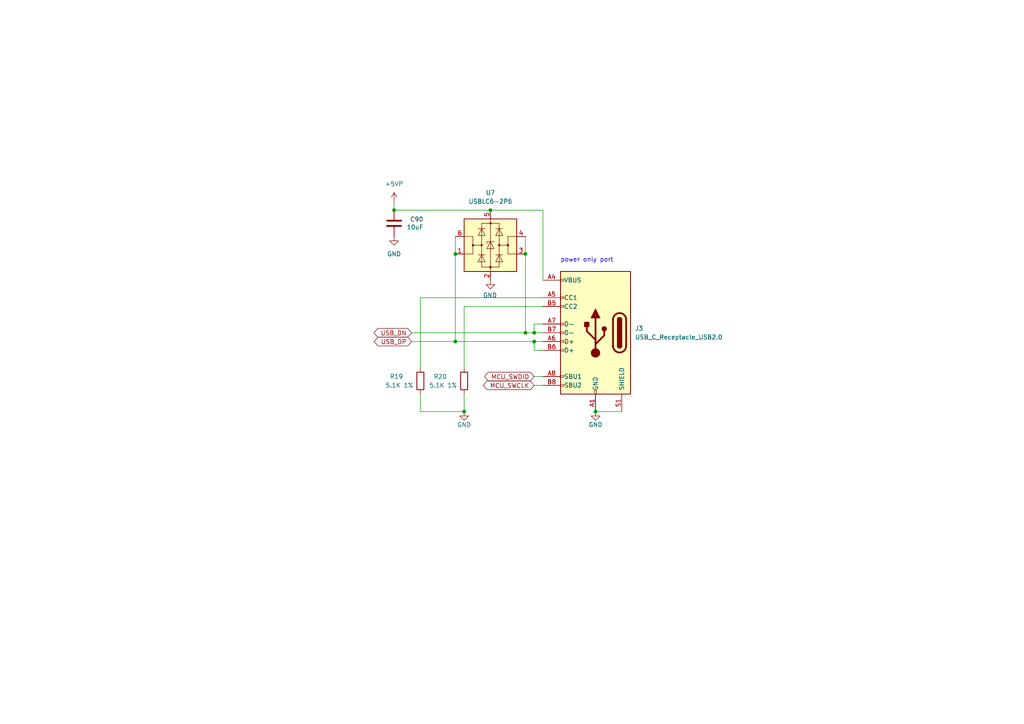
<source format=kicad_sch>
(kicad_sch (version 20231120) (generator "eeschema") (generator_version "8.0")
  (paper "A4")
  (title_block (title "Sitina 1 IO Board") (date "2024-03-08") (rev "R0.9") (company "Copyright 2024 Wenting Zhang, Anhang Li") (comment 2 "MERCHANTABILITY, SATISFACTORY QUALITY AND FITNESS FOR A PARTICULAR PURPOSE.") (comment 3 "This source is distributed WITHOUT ANY EXPRESS OR IMPLIED WARRANTY, INCLUDING OF") (comment 4 "This source describes Open Hardware and is licensed under the CERN-OHL-P v2."))
  (lib_symbols
    (symbol "Connector:USB_C_Receptacle_USB2.0" (pin_names (offset 1.016))
      (property "Reference" "J" (at -10.16 19.05 0))
      (property "Value" "USB_C_Receptacle_USB2.0" (at 19.05 19.05 0))
      (symbol "USB_C_Receptacle_USB2.0_0_0"
        (rectangle (start -0.254 -17.78) (end 0.254 -16.764))
        (rectangle (start 10.16 -14.986) (end 9.144 -15.494))
        (rectangle (start 10.16 -12.446) (end 9.144 -12.954))
        (rectangle (start 10.16 -4.826) (end 9.144 -5.334))
        (rectangle (start 10.16 -2.286) (end 9.144 -2.794))
        (rectangle (start 10.16 0.254) (end 9.144 -0.254))
        (rectangle (start 10.16 2.794) (end 9.144 2.286))
        (rectangle (start 10.16 7.874) (end 9.144 7.366))
        (rectangle (start 10.16 10.414) (end 9.144 9.906))
        (rectangle (start 10.16 15.494) (end 9.144 14.986))
      )
      (symbol "USB_C_Receptacle_USB2.0_0_1"
        (rectangle (start -10.16 17.78) (end 10.16 -17.78) (stroke (width 0.254)) (fill (type background)))
        (arc (start -8.89 -3.81) (mid -6.985 -5.7067) (end -5.08 -3.81) (stroke (width 0.508)))
        (arc (start -7.62 -3.81) (mid -6.985 -4.4423) (end -6.35 -3.81) (stroke (width 0.254)))
        (arc (start -7.62 -3.81) (mid -6.985 -4.4423) (end -6.35 -3.81) (stroke (width 0.254)) (fill (type outline)))
        (rectangle (start -7.62 -3.81) (end -6.35 3.81) (stroke (width 0.254)) (fill (type outline)))
        (arc (start -6.35 3.81) (mid -6.985 4.4423) (end -7.62 3.81) (stroke (width 0.254)))
        (arc (start -6.35 3.81) (mid -6.985 4.4423) (end -7.62 3.81) (stroke (width 0.254)) (fill (type outline)))
        (arc (start -5.08 3.81) (mid -6.985 5.7067) (end -8.89 3.81) (stroke (width 0.508)))
        (circle (center -2.54 1.143) (radius 0.635) (stroke (width 0.254)) (fill (type outline)))
        (circle (center 0 -5.842) (radius 1.27) (fill (type outline)))
        (polyline (pts (xy -8.89 -3.81) (xy -8.89 3.81)) (stroke (width 0.508)))
        (polyline (pts (xy -5.08 3.81) (xy -5.08 -3.81)) (stroke (width 0.508)))
        (polyline (pts (xy 0 -5.842) (xy 0 4.318)) (stroke (width 0.508)))
        (polyline (pts (xy 0 -3.302) (xy -2.54 -0.762) (xy -2.54 0.508)) (stroke (width 0.508)))
        (polyline (pts (xy 0 -2.032) (xy 2.54 0.508) (xy 2.54 1.778)) (stroke (width 0.508)))
        (polyline (pts (xy -1.27 4.318) (xy 0 6.858) (xy 1.27 4.318) (xy -1.27 4.318)) (stroke (width 0.254)) (fill (type outline)))
        (rectangle (start 1.905 1.778) (end 3.175 3.048) (stroke (width 0.254)) (fill (type outline)))
      )
      (symbol "USB_C_Receptacle_USB2.0_1_1"
        (pin passive line (at 0 -22.86 90) (length 5.08) (name "GND") (number "A1"))
        (pin passive line (at 0 -22.86 90) (length 5.08) hide (name "GND") (number "A12"))
        (pin passive line (at 15.24 15.24 180) (length 5.08) (name "VBUS") (number "A4"))
        (pin bidirectional line (at 15.24 10.16 180) (length 5.08) (name "CC1") (number "A5"))
        (pin bidirectional line (at 15.24 -2.54 180) (length 5.08) (name "D+") (number "A6"))
        (pin bidirectional line (at 15.24 2.54 180) (length 5.08) (name "D-") (number "A7"))
        (pin bidirectional line (at 15.24 -12.7 180) (length 5.08) (name "SBU1") (number "A8"))
        (pin passive line (at 15.24 15.24 180) (length 5.08) hide (name "VBUS") (number "A9"))
        (pin passive line (at 0 -22.86 90) (length 5.08) hide (name "GND") (number "B1"))
        (pin passive line (at 0 -22.86 90) (length 5.08) hide (name "GND") (number "B12"))
        (pin passive line (at 15.24 15.24 180) (length 5.08) hide (name "VBUS") (number "B4"))
        (pin bidirectional line (at 15.24 7.62 180) (length 5.08) (name "CC2") (number "B5"))
        (pin bidirectional line (at 15.24 -5.08 180) (length 5.08) (name "D+") (number "B6"))
        (pin bidirectional line (at 15.24 0 180) (length 5.08) (name "D-") (number "B7"))
        (pin bidirectional line (at 15.24 -15.24 180) (length 5.08) (name "SBU2") (number "B8"))
        (pin passive line (at 15.24 15.24 180) (length 5.08) hide (name "VBUS") (number "B9"))
        (pin passive line (at -7.62 -22.86 90) (length 5.08) (name "SHIELD") (number "S1"))
      )
    )
    (symbol "Device:C" (pin_numbers hide) (pin_names (offset 0.254))
      (property "Reference" "C" (at 0.635 2.54 0))
      (property "Value" "C" (at 0.635 -2.54 0))
      (symbol "C_0_1"
        (polyline (pts (xy -2.032 -0.762) (xy 2.032 -0.762)) (stroke (width 0.508)))
        (polyline (pts (xy -2.032 0.762) (xy 2.032 0.762)) (stroke (width 0.508)))
      )
      (symbol "C_1_1"
        (pin passive line (at 0 3.81 270) (length 2.794) (name "~") (number "1"))
        (pin passive line (at 0 -3.81 90) (length 2.794) (name "~") (number "2"))
      )
    )
    (symbol "Device:R" (pin_numbers hide) (pin_names (offset 0))
      (property "Reference" "R" (at 2.032 0 90))
      (property "Value" "R" (at 0 0 90))
      (symbol "R_0_1"
        (rectangle (start -1.016 -2.54) (end 1.016 2.54) (stroke (width 0.254)))
      )
      (symbol "R_1_1"
        (pin passive line (at 0 3.81 270) (length 1.27) (name "~") (number "1"))
        (pin passive line (at 0 -3.81 90) (length 1.27) (name "~") (number "2"))
      )
    )
    (symbol "Power_Protection:USBLC6-2P6" (pin_names hide)
      (property "Reference" "U" (at 2.54 8.89 0))
      (property "Value" "USBLC6-2P6" (at 2.54 -8.89 0))
      (symbol "USBLC6-2P6_0_1"
        (rectangle (start -7.62 -7.62) (end 7.62 7.62) (stroke (width 0.254)) (fill (type background)))
        (circle (center -5.08 0) (radius 0.254) (fill (type outline)))
        (circle (center -2.54 0) (radius 0.254) (fill (type outline)))
        (rectangle (start -2.54 6.35) (end 2.54 -6.35))
        (circle (center 0 -6.35) (radius 0.254) (fill (type outline)))
        (polyline (pts (xy -5.08 -2.54) (xy -7.62 -2.54)))
        (polyline (pts (xy -5.08 0) (xy -5.08 -2.54)))
        (polyline (pts (xy -5.08 2.54) (xy -7.62 2.54)))
        (polyline (pts (xy -1.524 -2.794) (xy -3.556 -2.794)))
        (polyline (pts (xy -1.524 4.826) (xy -3.556 4.826)))
        (polyline (pts (xy 0 -7.62) (xy 0 -6.35)))
        (polyline (pts (xy 0 -6.35) (xy 0 1.27)))
        (polyline (pts (xy 0 1.27) (xy 0 6.35)))
        (polyline (pts (xy 0 6.35) (xy 0 7.62)))
        (polyline (pts (xy 1.524 -2.794) (xy 3.556 -2.794)))
        (polyline (pts (xy 1.524 4.826) (xy 3.556 4.826)))
        (polyline (pts (xy 5.08 -2.54) (xy 7.62 -2.54)))
        (polyline (pts (xy 5.08 0) (xy 5.08 -2.54)))
        (polyline (pts (xy 5.08 2.54) (xy 7.62 2.54)))
        (polyline (pts (xy -2.54 0) (xy -5.08 0) (xy -5.08 2.54)))
        (polyline (pts (xy 2.54 0) (xy 5.08 0) (xy 5.08 2.54)))
        (polyline (pts (xy -3.556 -4.826) (xy -1.524 -4.826) (xy -2.54 -2.794) (xy -3.556 -4.826)))
        (polyline (pts (xy -3.556 2.794) (xy -1.524 2.794) (xy -2.54 4.826) (xy -3.556 2.794)))
        (polyline (pts (xy -1.016 -1.016) (xy 1.016 -1.016) (xy 0 1.016) (xy -1.016 -1.016)))
        (polyline (pts (xy 1.016 1.016) (xy 0.762 1.016) (xy -1.016 1.016) (xy -1.016 0.508)))
        (polyline (pts (xy 3.556 -4.826) (xy 1.524 -4.826) (xy 2.54 -2.794) (xy 3.556 -4.826)))
        (polyline (pts (xy 3.556 2.794) (xy 1.524 2.794) (xy 2.54 4.826) (xy 3.556 2.794)))
        (circle (center 0 6.35) (radius 0.254) (fill (type outline)))
        (circle (center 2.54 0) (radius 0.254) (fill (type outline)))
        (circle (center 5.08 0) (radius 0.254) (fill (type outline)))
      )
      (symbol "USBLC6-2P6_1_1"
        (pin passive line (at -10.16 -2.54 0) (length 2.54) (name "I/O1") (number "1"))
        (pin passive line (at 0 -10.16 90) (length 2.54) (name "GND") (number "2"))
        (pin passive line (at 10.16 -2.54 180) (length 2.54) (name "I/O2") (number "3"))
        (pin passive line (at 10.16 2.54 180) (length 2.54) (name "I/O2") (number "4"))
        (pin passive line (at 0 10.16 270) (length 2.54) (name "VBUS") (number "5"))
        (pin passive line (at -10.16 2.54 0) (length 2.54) (name "I/O1") (number "6"))
      )
    )
    (symbol "power:+5VP" (power) (pin_names (offset 0))
      (property "Value" "+5VP" (at 0 3.556 0))
      (symbol "+5VP_0_1"
        (polyline (pts (xy -0.762 1.27) (xy 0 2.54)))
        (polyline (pts (xy 0 0) (xy 0 2.54)))
        (polyline (pts (xy 0 2.54) (xy 0.762 1.27)))
      )
      (symbol "+5VP_1_1"
        (pin power_in line (at 0 0 90) (length 0) hide (name "+5VP") (number "1"))
      )
    )
    (symbol "power:GND" (power) (pin_names (offset 0))
      (property "Value" "GND" (at 0 -3.81 0))
      (symbol "GND_0_1"
        (polyline (pts (xy 0 0) (xy 0 -1.27) (xy 1.27 -1.27) (xy 0 -2.54) (xy -1.27 -1.27) (xy 0 -1.27)))
      )
      (symbol "GND_1_1"
        (pin power_in line (at 0 0 270) (length 0) hide (name "GND") (number "1"))
      )
    )
  )
  (junction (at 114.3 60.96) (diameter 0.9144))
  (junction (at 132.08 99.06))
  (junction (at 152.4 96.52))
  (junction (at 152.4 73.66))
  (junction (at 142.24 60.96))
  (junction (at 172.72 119.38))
  (junction (at 134.62 119.38))
  (junction (at 154.94 99.06))
  (junction (at 132.08 73.66))
  (junction (at 154.94 96.52))
  (wire (pts (xy 132.08 99.06) (xy 154.94 99.06)))
  (wire (pts (xy 132.08 73.66) (xy 132.08 68.58)))
  (wire (pts (xy 121.92 114.3) (xy 121.92 119.38)))
  (wire (pts (xy 154.94 101.6) (xy 154.94 99.06)))
  (wire (pts (xy 157.48 93.98) (xy 154.94 93.98)))
  (wire (pts (xy 154.94 109.22) (xy 157.48 109.22)))
  (wire (pts (xy 119.38 99.06) (xy 132.08 99.06)))
  (wire (pts (xy 121.92 119.38) (xy 134.62 119.38)))
  (wire (pts (xy 154.94 93.98) (xy 154.94 96.52)))
  (wire (pts (xy 132.08 73.66) (xy 132.08 99.06)))
  (wire (pts (xy 154.94 96.52) (xy 157.48 96.52)))
  (wire (pts (xy 152.4 73.66) (xy 152.4 68.58)))
  (wire (pts (xy 154.94 99.06) (xy 157.48 99.06)))
  (wire (pts (xy 119.38 96.52) (xy 152.4 96.52)))
  (wire (pts (xy 152.4 73.66) (xy 152.4 96.52)))
  (wire (pts (xy 134.62 114.3) (xy 134.62 119.38)))
  (wire (pts (xy 154.94 111.76) (xy 157.48 111.76)))
  (wire (pts (xy 121.92 106.68) (xy 121.92 86.36)))
  (wire (pts (xy 134.62 88.9) (xy 157.48 88.9)))
  (wire (pts (xy 172.72 119.38) (xy 180.34 119.38)))
  (wire (pts (xy 157.48 60.96) (xy 157.48 81.28)))
  (wire (pts (xy 134.62 88.9) (xy 134.62 106.68)))
  (wire (pts (xy 152.4 96.52) (xy 154.94 96.52)))
  (wire (pts (xy 142.24 60.96) (xy 157.48 60.96)))
  (wire (pts (xy 157.48 101.6) (xy 154.94 101.6)))
  (wire (pts (xy 121.92 86.36) (xy 157.48 86.36)))
  (wire (pts (xy 114.3 58.42) (xy 114.3 60.96)))
  (wire (pts (xy 114.3 60.96) (xy 142.24 60.96)))
  (text "power only port" (at 162.56 76.2 0) (effects (font (size 1.27 1.27)) (justify left bottom)))
  (global_label "MCU_SWCLK" (shape bidirectional) (at 154.94 111.76 180) (property "Intersheetrefs" "${INTERSHEET_REFS}" (effects (hide yes))))
  (global_label "MCU_SWDIO" (shape bidirectional) (at 154.94 109.22 180) (property "Intersheetrefs" "${INTERSHEET_REFS}" (effects (hide yes))))
  (global_label "USB_DP" (shape bidirectional) (at 119.38 99.06 180) (property "Intersheetrefs" "${INTERSHEET_REFS}" (effects (hide yes))))
  (global_label "USB_DN" (shape bidirectional) (at 119.38 96.52 180) (property "Intersheetrefs" "${INTERSHEET_REFS}" (effects (hide yes))))
  (symbol (lib_id "power:GND") (at 134.62 119.38 0) (unit 1)
    (property "Reference" "#PWR085" (effects (hide yes)))
    (property "Value" "GND" (at 134.62 123.19 0))
  )
  (symbol (lib_id "power:GND") (at 172.72 119.38 0) (unit 1)
    (property "Reference" "#PWR086" (effects (hide yes)))
    (property "Value" "GND" (at 172.72 123.19 0))
  )
  (symbol (lib_id "Connector:USB_C_Receptacle_USB2.0") (at 172.72 96.52 0) (mirror y) (unit 1)
    (property "Reference" "J3" (at 184.15 95.2499 0) (effects (justify right)))
    (property "Value" "USB_C_Receptacle_USB2.0" (at 184.15 97.7899 0) (effects (justify right)))
    (property "Footprint" "Connector_USB:USB_C_Receptacle_HRO_TYPE-C-31-M-12" (effects (hide yes)))
    (property "Datasheet" "https://www.usb.org/sites/default/files/documents/usb_type-c.zip" (effects (hide yes)))
  )
  (symbol (lib_id "Device:R") (at 134.62 110.49 0) (unit 1)
    (property "Reference" "R20" (at 125.73 109.22 0) (effects (justify left)))
    (property "Value" "5.1K 1%" (at 124.46 111.76 0) (effects (justify left)))
    (property "Footprint" "Resistor_SMD:R_0402_1005Metric" (effects (hide yes)))
  )
  (symbol (lib_id "Device:C") (at 114.3 64.77 0) (mirror y) (unit 1)
    (property "Reference" "C90" (at 122.809 63.602 0) (effects (justify left)))
    (property "Value" "10uF" (at 122.809 65.913 0) (effects (justify left)))
    (property "Footprint" "Capacitor_SMD:C_0603_1608Metric" (effects (hide yes)))
  )
  (symbol (lib_id "power:GND") (at 142.24 81.28 0) (mirror y) (unit 1)
    (property "Reference" "#PWR0101" (effects (hide yes)))
    (property "Value" "GND" (at 142.113 85.6742 0))
  )
  (symbol (lib_id "power:+5VP") (at 114.3 58.42 0) (unit 1)
    (property "Reference" "#PWR075" (effects (hide yes)))
    (property "Value" "+5VP" (at 114.3 53.34 0))
  )
  (symbol (lib_id "Device:R") (at 121.92 110.49 0) (unit 1)
    (property "Reference" "R19" (at 113.03 109.22 0) (effects (justify left)))
    (property "Value" "5.1K 1%" (at 111.76 111.76 0) (effects (justify left)))
    (property "Footprint" "Resistor_SMD:R_0402_1005Metric" (effects (hide yes)))
  )
  (symbol (lib_id "power:GND") (at 114.3 68.58 0) (mirror y) (unit 1)
    (property "Reference" "#PWR076" (effects (hide yes)))
    (property "Value" "GND" (at 114.3 73.66 0))
  )
  (symbol (lib_id "Power_Protection:USBLC6-2P6") (at 142.24 71.12 0) (unit 1)
    (property "Reference" "U7" (at 142.24 55.88 0))
    (property "Value" "USBLC6-2P6" (at 142.24 58.42 0))
    (property "Footprint" "Package_TO_SOT_SMD:SOT-666" (effects (hide yes)))
    (property "Datasheet" "https://www.st.com/resource/en/datasheet/usblc6-2.pdf" (effects (hide yes)))
  )
)
</source>
